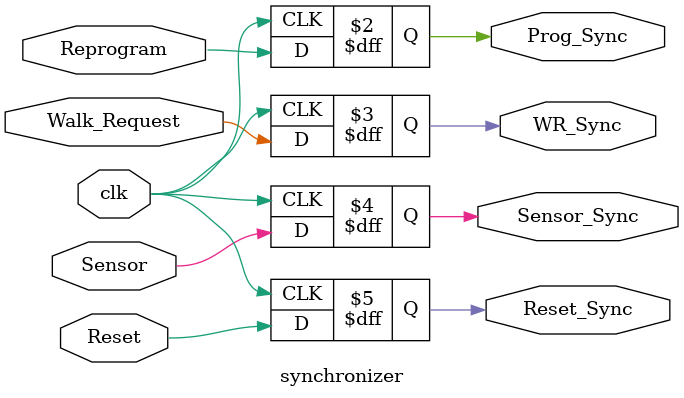
<source format=v>
`timescale 1ns / 1ps


module synchronizer(
    input Reset,
    input Sensor,
    input Walk_Request,
    input Reprogram,
    input clk,
    output reg Prog_Sync,
    output reg WR_Sync,
    output reg Sensor_Sync,
    output reg Reset_Sync
);

    always @(posedge clk) begin
        Reset_Sync   <= Reset;
        Sensor_Sync  <= Sensor;
        WR_Sync      <= Walk_Request;
        Prog_Sync    <= Reprogram;
    end

endmodule



</source>
